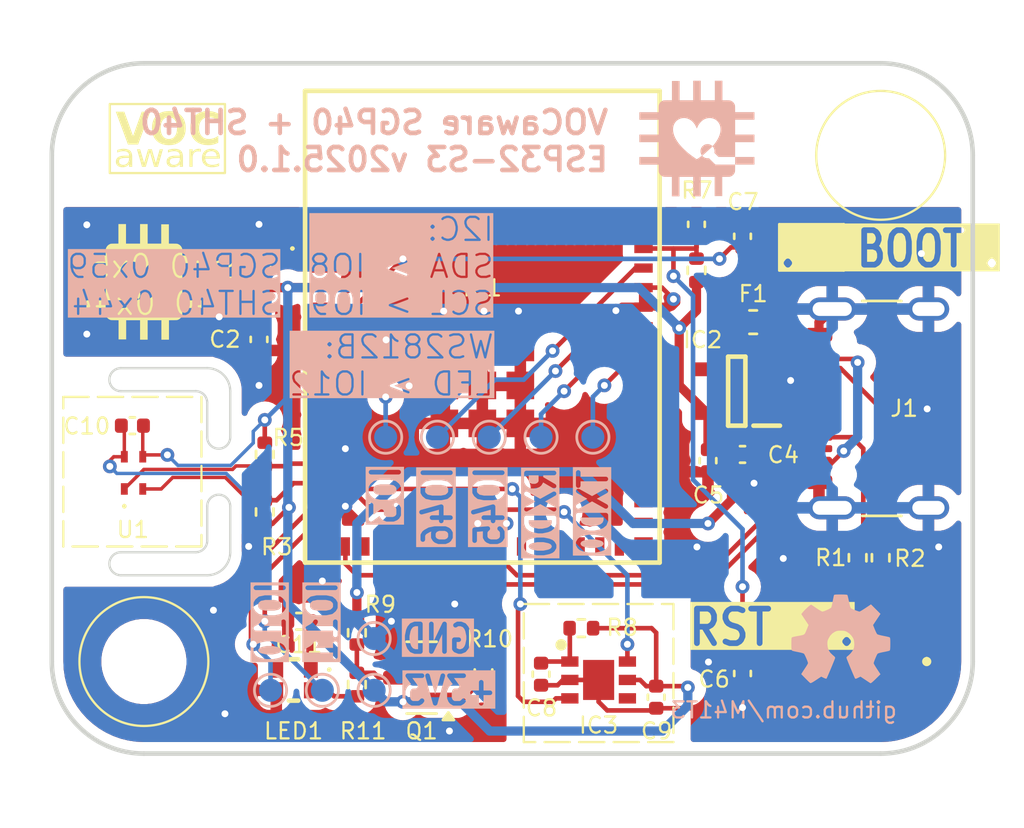
<source format=kicad_pcb>
(kicad_pcb (version 20240108) (generator "pcbnew") (generator_version "8.0")
  (title_block (title "VOCaware") (date "2025-10-25") (rev "v1.0") (company "M41T3"))
  (layers (0 "F.Cu" signal) (31 "B.Cu" signal) (34 "B.Paste" user) (35 "F.Paste" user) (36 "B.SilkS" user "B.Silkscreen") (37 "F.SilkS" user "F.Silkscreen") (38 "B.Mask" user) (39 "F.Mask" user) (44 "Edge.Cuts" user))
  (net 0 "")
  (net 1 "GND")
  (net 2 "+3V3")
  (net 3 "EN")
  (net 4 "IO0")
  (net 5 "Net-(IC3-VDD)")
  (net 6 "+5V")
  (net 8 "IO12")
  (net 9 "RXD0")
  (net 11 "USB_D-")
  (net 15 "IO9_SCL0")
  (net 18 "USB_D+")
  (net 25 "IO3_S")
  (net 27 "I046_S")
  (net 28 "IO11")
  (net 34 "IO10")
  (net 35 "I045_S")
  (net 38 "TXD0")
  (net 40 "IO8_SDA0")
  (net 45 "Net-(F1-Pad2)")
  (net 48 "Net-(J1-CC1)")
  (net 49 "Net-(J1-CC2)")
  (net 51 "Net-(LED1-DIN)")
  (net 52 "LED_SIG")
  (net 53 "IO1")
  (net 54 "IO2")
  (footprint "Capacitor_SMD:C_0402_1005Metric" (layer "F.Cu") (at 121.23 72.75 -90)
    (property "Reference" "C6")
    (property "Value" "0.1uF" (hide yes))
  )
  (footprint "Capacitor_SMD:C_0402_1005Metric" (layer "F.Cu") (at 94.73 61.98 180)
    (property "Reference" "C10")
    (property "Value" "0.1uF" (hide yes))
  )
  (footprint "Jumper:SolderJumper-2_P1.3mm_Open_Pad1.0x1.5mm" (layer "F.Cu") (at 124.23 54.23 180)
    (property "Reference" "SW1" (hide yes))
    (property "Value" "SW_Push" (hide yes))
  )
  (footprint "Resistor_SMD:R_0402_1005Metric" (layer "F.Cu") (at 126.23 67.72 90)
    (property "Reference" "R1")
    (property "Value" "5.1k 1%" (hide yes))
  )
  (footprint "Resistor_SMD:R_0402_1005Metric" (layer "F.Cu") (at 119.23 55.23 90)
    (property "Reference" "R7")
    (property "Value" "10k" (hide yes))
  )
  (footprint "Capacitor_SMD:C_0402_1005Metric" (layer "F.Cu") (at 121.23 63.23)
    (property "Reference" "C4")
    (property "Value" "10uF")
  )
  (footprint "Resistor_SMD:R_0402_1005Metric" (layer "F.Cu") (at 100.48 65.73 90)
    (property "Reference" "R3")
    (property "Value" "4.7k" (hide yes))
  )
  (footprint "Resistor_SMD:R_0402_1005Metric" (layer "F.Cu") (at 114.23 70.78 180)
    (property "Reference" "R8")
    (property "Value" "4.7" (hide yes))
  )
  (footprint "Capacitor_SMD:C_0402_1005Metric" (layer "F.Cu") (at 117.48 73.78 -90)
    (property "Reference" "C9")
    (property "Value" "1uF" (hide yes))
  )
  (footprint "Resistor_SMD:R_0402_1005Metric" (layer "F.Cu") (at 104.48 70.98 90)
    (property "Reference" "R9")
    (property "Value" "10k" (hide yes))
  )
  (footprint "Package_TO_SOT_SMD:SOT-23" (layer "F.Cu") (at 107.2925 72.93 180)
    (property "Reference" "Q1")
    (property "Value" "BSS138BK" (hide yes))
  )
  (footprint "VOCaware_foots_lib:SON80P244X244X95-7N" (layer "F.Cu") (at 114.98 73.03)
    (property "Reference" "IC3")
    (property "Value" "SGP40-D-R4" (hide yes))
  )
  (footprint "stackflex_foots_lib:staclflex_logo_front_5mm" (layer "F.Cu") (at 95.23 55.73)
    (property "Reference" "G***" (hide yes))
    (property "Value" "LOGO" (hide yes))
  )
  (footprint "Resistor_SMD:R_0402_1005Metric" (layer "F.Cu") (at 127.23 67.72 90)
    (property "Reference" "R2")
    (property "Value" "5.1k 1%" (hide yes))
  )
  (footprint "Capacitor_SMD:C_0402_1005Metric" (layer "F.Cu") (at 119.73 63.5 -90)
    (property "Reference" "C5")
    (property "Value" "1uF" (hide yes))
  )
  (footprint "Capacitor_SMD:C_0603_1608Metric" (layer "F.Cu") (at 100.23 55.23 90)
    (property "Reference" "C1")
    (property "Value" "22uF" (hide yes))
  )
  (footprint "Resistor_SMD:R_0402_1005Metric" (layer "F.Cu") (at 100.48 63.23 -90)
    (property "Reference" "R5")
    (property "Value" "4.7k" (hide yes))
  )
  (footprint "MountingHole:MountingHole_3.2mm_M3_DIN965" (layer "F.Cu") (at 127.23 50.23 90)
    (property "Reference" "H2")
    (property "Value" "MountingHole" (hide yes))
  )
  (footprint "Resistor_SMD:R_0402_1005Metric" (layer "F.Cu") (at 104.48 73.23 -90)
    (property "Reference" "R11")
    (property "Value" "470" (hide yes))
  )
  (footprint "Capacitor_SMD:C_0402_1005Metric" (layer "F.Cu") (at 112.48 72.78 -90)
    (property "Reference" "C8")
    (property "Value" "1uF" (hide yes))
  )
  (footprint "Connector_USB:USB_C_Receptacle_GCT_USB4105-xx-A_16P_TopMnt_Horizontal" (layer "F.Cu") (at 128.23 61.23 90)
    (property "Reference" "J1")
    (property "Value" "USB_C_Receptacle_USB2.0_16P" (hide yes))
  )
  (footprint "stackflex_foots_lib:SOT95P285X140-5N" (layer "F.Cu") (at 120.98 60.48 180)
    (property "Reference" "IC2")
    (property "Value" "AP2112K-3.3TRG1" (hide yes))
  )
  (footprint "stackflex_foots_lib:PTS820J25MSMTRLFS" (layer "F.Cu") (at 126.23 72.23 180)
    (property "Reference" "RST   .")
    (property "Value" "PTS820J25MSMTRLFS" (hide yes))
  )
  (footprint "Capacitor_SMD:C_0402_1005Metric" (layer "F.Cu") (at 100.23 58.23 -90)
    (property "Reference" "C2")
    (property "Value" "0.1uF" (hide yes))
  )
  (footprint "Resistor_SMD:R_0402_1005Metric" (layer "F.Cu") (at 109.98 72.73 90)
    (property "Reference" "R10")
    (property "Value" "10k" (hide yes))
  )
  (footprint "Capacitor_SMD:C_0402_1005Metric" (layer "F.Cu") (at 119.23 53.23 90)
    (property "Reference" "C3" (hide yes))
    (property "Value" "0.1uF" (hide yes))
  )
  (footprint "Capacitor_SMD:C_0402_1005Metric" (layer "F.Cu") (at 121.23 53.75 90)
    (property "Reference" "C7")
    (property "Value" "0.1uF" (hide yes))
  )
  (footprint "VOCaware_foots_lib:ESP32S3MINI1N8" (layer "F.Cu") (at 109.93 60.23)
    (property "Reference" "IC1")
    (property "Value" "ESP32-S3-MINI-1-N8" (hide yes))
  )
  (footprint "stackflex_foots_lib:XL0807RGBCWS2812B" (layer "F.Cu") (at 101.73 73.03)
    (property "Reference" "LED1")
    (property "Value" "XL-0807RGBC-WS2812B" (hide yes))
  )
  (footprint "Capacitor_SMD:C_0402_1005Metric" (layer "F.Cu") (at 101.96 70.48 180)
    (property "Reference" "C11")
    (property "Value" "0.1uF" (hide yes))
  )
  (footprint "MountingHole:MountingHole_3.2mm_M3_DIN965" (layer "F.Cu") (at 95.23 72.23 90)
    (property "Reference" "H1")
    (property "Value" "MountingHole" (hide yes))
  )
  (footprint "Fuse:Fuse_0603_1608Metric" (layer "F.Cu") (at 121.6925 57.48)
    (property "Reference" "F1")
    (property "Value" "SMD0603-050" (hide yes))
  )
  (footprint "VOCaware_foots_lib:SHT40AD1FR2" (layer "F.Cu") (at 94.78 64.03 90)
    (property "Reference" "U1")
    (property "Value" "SHT40-AD1F-R2" (hide yes))
  )
  (footprint "TestPoint:TestPoint_Pad_D1.0mm" (layer "B.Cu") (at 100.73 73.48 -90)
    (property "Reference" "IO10")
    (property "Value" "Conn_01x01_Socket" (hide yes))
  )
  (footprint "TestPoint:TestPoint_Pad_D1.0mm" (layer "B.Cu") (at 112.48 62.48 -90)
    (property "Reference" "RXD0")
    (property "Value" "Conn_01x01_Socket" (hide yes))
  )
  (footprint "TestPoint:TestPoint_Pad_D1.0mm" (layer "B.Cu") (at 110.23 62.48 -90)
    (property "Reference" "IO45")
    (property "Value" "Conn_01x01_Socket" (hide yes))
  )
  (footprint "stackflex_foots_lib:staclflex_logo_front_5mm" (layer "B.Cu") (at 119.25 49.5 180)
    (property "Reference" "G***" (hide yes))
    (property "Value" "LOGO" (hide yes))
  )
  (footprint "TestPoint:TestPoint_Pad_D1.0mm" (layer "B.Cu") (at 114.73 62.48 -90)
    (property "Reference" "TXD0")
    (property "Value" "Conn_01x01_Socket" (hide yes))
  )
  (footprint "TestPoint:TestPoint_Pad_D1.0mm" (layer "B.Cu") (at 105.23 71.23 -90)
    (property "Reference" "GND")
    (property "Value" "Conn_01x01_Socket" (hide yes))
  )
  (footprint "TestPoint:TestPoint_Pad_D1.0mm" (layer "B.Cu") (at 105.73 62.48 -90)
    (property "Reference" "IO3")
    (property "Value" "Conn_01x01_Socket" (hide yes))
  )
  (footprint "TestPoint:TestPoint_Pad_D1.0mm" (layer "B.Cu") (at 107.98 62.48 -90)
    (property "Reference" "IO46")
    (property "Value" "Conn_01x01_Socket" (hide yes))
  )
  (footprint "TestPoint:TestPoint_Pad_D1.0mm" (layer "B.Cu") (at 102.98 73.48 -90)
    (property "Reference" "IO11")
    (property "Value" "Conn_01x01_Socket" (hide yes))
  )
  (footprint "TestPoint:TestPoint_Pad_D1.0mm" (layer "B.Cu") (at 105.23 73.48 -90)
    (property "Reference" "+3V3")
    (property "Value" "Conn_01x01_Socket" (hide yes))
  )
  (footprint "stackflex_foots_lib:open_hw_logo_5mm_silk" (layer "B.Cu") (at 125.5 71.25 180)
    (property "Reference" "G***" (hide yes))
    (property "Value" "LOGO" (hide yes))
  )
  (gr_circle (center 95.23 72.23) (end 98.03 72.23) (stroke (width 0.1)) (fill none) (layer "F.SilkS"))
  (gr_rect (start 93.75 48) (end 98.75 51) (stroke (width 0.1)) (fill none) (layer "F.SilkS"))
  (gr_rect (start 111.73 69.73) (end 118.23 75.73) (stroke (width 0.1) (type dash)) (fill none) (layer "F.SilkS"))
  (gr_circle (center 127.23 50.23) (end 130.03 50.23) (stroke (width 0.1)) (fill none) (layer "F.SilkS"))
  (gr_rect (start 91.73 60.73) (end 97.73 67.23) (stroke (width 0.1) (type dash)) (fill none) (layer "F.SilkS"))
  (gr_line (start 94.23 67.48) (end 97.48 67.48) (stroke (width 0.1)) (layer "Edge.Cuts"))
  (gr_arc (start 97.98 65.48) (mid 98.48 64.98) (end 98.98 65.48) (stroke (width 0.1)) (layer "Edge.Cuts"))
  (gr_arc (start 95.23 76.23) (mid 92.401573 75.058427) (end 91.23 72.23) (stroke (width 0.2)) (layer "Edge.Cuts"))
  (gr_line (start 91.23 50.23) (end 91.23 72.23) (stroke (width 0.2)) (layer "Edge.Cuts"))
  (gr_line (start 127.23 76.23) (end 95.23 76.23) (stroke (width 0.2)) (layer "Edge.Cuts"))
  (gr_line (start 97.98 60.98) (end 97.98 62.48) (stroke (width 0.1)) (layer "Edge.Cuts"))
  (gr_line (start 94.23 59.48) (end 97.98 59.48) (stroke (width 0.1)) (layer "Edge.Cuts"))
  (gr_line (start 127.23 46.23) (end 95.23 46.23) (stroke (width 0.2)) (layer "Edge.Cuts"))
  (gr_arc (start 131.23 72.23) (mid 130.058427 75.058427) (end 127.23 76.23) (stroke (width 0.2)) (layer "Edge.Cuts"))
  (gr_arc (start 97.98 66.98) (mid 97.833553 67.333553) (end 97.48 67.48) (stroke (width 0.1)) (layer "Edge.Cuts"))
  (gr_arc (start 97.98 59.48) (mid 98.687107 59.772893) (end 98.98 60.48) (stroke (width 0.1)) (layer "Edge.Cuts"))
  (gr_arc (start 98.98 62.48) (mid 98.48 62.98) (end 97.98 62.48) (stroke (width 0.1)) (layer "Edge.Cuts"))
  (gr_line (start 98.98 65.48) (end 98.98 67.48) (stroke (width 0.1)) (layer "Edge.Cuts"))
  (gr_arc (start 127.23 46.23) (mid 130.058427 47.401573) (end 131.23 50.23) (stroke (width 0.2)) (layer "Edge.Cuts"))
  (gr_arc (start 91.23 50.23) (mid 92.401573 47.401573) (end 95.23 46.23) (stroke (width 0.2)) (layer "Edge.Cuts"))
  (gr_line (start 98.98 62.48) (end 98.98 60.48) (stroke (width 0.1)) (layer "Edge.Cuts"))
  (gr_arc (start 98.98 67.48) (mid 98.687107 68.187107) (end 97.98 68.48) (stroke (width 0.1)) (layer "Edge.Cuts"))
  (gr_arc (start 97.48 60.48) (mid 97.833553 60.626447) (end 97.98 60.98) (stroke (width 0.1)) (layer "Edge.Cuts"))
  (gr_line (start 131.23 50.23) (end 131.23 72.23) (stroke (width 0.2)) (layer "Edge.Cuts"))
  (gr_line (start 97.98 68.48) (end 94.23 68.48) (stroke (width 0.1)) (layer "Edge.Cuts"))
  (gr_arc (start 94.23 60.48) (mid 93.73 59.98) (end 94.23 59.48) (stroke (width 0.1)) (layer "Edge.Cuts"))
  (gr_line (start 97.48 60.48) (end 94.23 60.48) (stroke (width 0.1)) (layer "Edge.Cuts"))
  (gr_arc (start 94.23 68.48) (mid 93.73 67.98) (end 94.23 67.48) (stroke (width 0.1)) (layer "Edge.Cuts"))
  (gr_line (start 97.98 66.98) (end 97.98 65.48) (stroke (width 0.1)) (layer "Edge.Cuts"))
  (gr_text "SGP40 0x59\nSHT40 0x44" (at 101.25 57.25 0) (layer "B.SilkS" knockout) (effects (font (size 1 1) (thickness 0.1)) (justify left bottom mirror)))
  (gr_text "github.com/M41T3" (at 128 74.75 0) (layer "B.SilkS") (effects (font (size 0.7 0.7) (thickness 0.1)) (justify left bottom mirror)))
  (gr_text "VOCaware SGP40 + SHT40\nESP32-S3 v2025.1.0" (at 115.5 51 0) (layer "B.SilkS") (effects (font (size 1 1) (thickness 0.2) (bold yes)) (justify left bottom mirror)))
  (gr_text "I2C: \nSDA > IO8\nSCL > IO9\n" (at 110.5 57.25 0) (layer "B.SilkS" knockout) (effects (font (size 1 1) (thickness 0.1)) (justify left bottom mirror)))
  (gr_text "WS2812B:\nLED > IO12\n" (at 110.5 60.75 0) (layer "B.SilkS" knockout) (effects (font (size 1 1) (thickness 0.1)) (justify left bottom mirror)))
  (gr_text "aware" (at 93.92 50.9 0) (layer "F.SilkS") (effects (font (size 1 1.1) (thickness 0.1)) (justify left bottom)))
  (gr_text ".   BOOT ." (at 122.75 55.18 0) (layer "F.SilkS" knockout) (effects (font (size 1.5 1.2) (thickness 0.25) (bold yes)) (justify left bottom)))
  (gr_text "VOC" (at 94 50 0) (layer "F.SilkS") (effects (font (size 1.4 1.4) (thickness 0.28) (bold yes)) (justify left bottom)))
  (segment (start 124.55 57.485) (end 125.125 56.91) (width 0.4) (layer "F.Cu") (net 1))
  (segment (start 113.2 73.26) (end 112.48 73.26) (width 0.2) (layer "F.Cu") (net 1))
  (segment (start 117.73 55.98) (end 116.93 55.98) (width 0.2) (layer "F.Cu") (net 1))
  (segment (start 121.2 74.26) (end 121.23 74.23) (width 0.2) (layer "F.Cu") (net 1))
  (segment (start 113.73 73.03) (end 114.98 73.03) (width 0.2) (layer "F.Cu") (net 1))
  (segment (start 122.28 60.48) (end 122.854936 60.48) (width 0.4) (layer "F.Cu") (net 1))
  (segment (start 113.43 73.03) (end 113.2 73.26) (width 0.2) (layer "F.Cu") (net 1))
  (segment (start 117.48 74.26) (end 121.2 74.26) (width 0.2) (layer "F.Cu") (net 1))
  (segment (start 93.92 63.33) (end 94.38 63.33) (width 0.15) (layer "F.Cu") (net 1))
  (segment (start 113.73 73.03) (end 113.43 73.03) (width 0.2) (layer "F.Cu") (net 1))
  (segment (start 124.55 58.03) (end 124.55 57.485) (width 0.4) (layer "F.Cu") (net 1))
  (segment (start 93.75 63.75) (end 93.75 63.5) (width 0.15) (layer "F.Cu") (net 1))
  (segment (start 122.854936 60.48) (end 123.31924 60.015696) (width 0.4) (layer "F.Cu") (net 1))
  (segment (start 118.23 56.48) (end 117.73 55.98) (width 0.2) (layer "F.Cu") (net 1))
  (segment (start 115.355 74.355) (end 114.98 73.98) (width 0.2) (layer "F.Cu") (net 1))
  (segment (start 102.93 68.68) (end 102.98 68.73) (width 0.2) (layer "F.Cu") (net 1))
  (segment (start 100.23 60.23) (end 100.23 58.71) (width 0.4) (layer "F.Cu") (net 1))
  (segment (start 94.38 63.33) (end 94.38 62.11) (width 0.15) (layer "F.Cu") (net 1))
  (segment (start 117.48 74.26) (end 117.385 74.355) (width 0.2) (layer "F.Cu") (net 1))
  (segment (start 117.385 74.355) (end 115.355 74.355) (width 0.2) (layer "F.Cu") (net 1))
  (segment (start 102.93 67.23) (end 102.93 68.68) (width 0.2) (layer "F.Cu") (net 1))
  (segment (start 121.23 73.23) (end 121.23 74.23) (width 0.2) (layer "F.Cu") (net 1))
  (segment (start 93.75 63.5) (end 93.92 63.33) (width 0.15) (layer "F.Cu") (net 1))
  (segment (start 114.98 73.98) (end 114.98 73.03) (width 0.2) (layer "F.Cu") (net 1))
  (segment (start 94.38 62.11) (end 94.25 61.98) (width 0.15) (layer "F.Cu") (net 1))
  (via (at 111.5 57) (size 0.6) (drill 0.3) (layers "F.Cu" "B.Cu") (net 1))
  (via (at 105.75 58.25) (size 0.6) (drill 0.3) (layers "F.Cu" "B.Cu") (net 1))
  (via (at 98.5 57.25) (size 0.6) (drill 0.3) (layers "F.Cu" "B.Cu") (net 1))
  (via (at 108.25 57) (size 0.6) (drill 0.3) (layers "F.Cu" "B.Cu") (net 1))
  (via (at 129.75 67.25) (size 0.6) (drill 0.3) (layers "F.Cu" "B.Cu") (net 1))
  (via (at 99.78 67.227018) (size 0.6) (drill 0.3) (layers "F.Cu" "B.Cu") (net 1))
  (via (at 109.73 66.23) (size 0.6) (drill 0.3) (layers "F.Cu" "B.Cu") (net 1))
  (via (at 98.75 74.5) (size 0.6) (drill 0.3) (layers "F.Cu" "B.Cu") (net 1))
  (via (at 110.98 66.23) (size 0.6) (drill 0.3) (layers "F.Cu" "B.Cu") (net 1))
  (via (at 105.98 70.48) (size 0.6) (drill 0.3) (layers "F.Cu" "B.Cu") (net 1))
  (via (at 121.73 64.48) (size 0.6) (drill 0.3) (layers "F.Cu" "B.Cu") (net 1))
  (via (at 103.98 62.98) (size 0.6) (drill 0.3) (layers "F.Cu" "B.Cu") (net 1))
  (via (at 123.31924 60.015696) (size 0.6) (drill 0.3) (layers "F.Cu" "B.Cu") (net 1))
  (via (at 103.98 65.48) (size 0.6) (drill 0.3) (layers "F.Cu" "B.Cu") (net 1))
  (via (at 119.75 72.25) (size 0.6) (drill 0.3) (layers "F.Cu" "B.Cu") (net 1))
  (via (at 108.5 75.25) (size 0.6) (drill 0.3) (layers "F.Cu" "B.Cu") (net 1))
  (via (at 92.75 58) (size 0.6) (drill 0.3) (layers "F.Cu" "B.Cu") (net 1))
  (via (at 129.25 61.25) (size 0.6) (drill 0.3) (layers "F.Cu" "B.Cu") (net 1))
  (via (at 110 57) (size 0.6) (drill 0.3) (layers "F.Cu" "B.Cu") (net 1))
  (via (at 108.73 69.73) (size 0.6) (drill 0.3) (layers "F.Cu" "B.Cu") (net 1))
  (via (at 93.75 63.75) (size 0.6) (drill 0.3) (layers "F.Cu" "B.Cu") (net 1))
  (via (at 129 54.5) (size 0.6) (drill 0.3) (layers "F.Cu" "B.Cu") (net 1))
  (via (at 118.23 56.48) (size 0.6) (drill 0.3) (layers "F.Cu" "B.Cu") (net 1))
  (via (at 92.75 53.25) (size 0.6) (drill 0.3) (layers "F.Cu" "B.Cu") (net 1))
  (via (at 100.23 53.23) (size 0.6) (drill 0.3) (layers "F.Cu" "B.Cu") (net 1))
  (via (at 106.75 60.25) (size 0.6) (drill 0.3) (layers "F.Cu" "B.Cu") (net 1))
  (via (at 98.25 70) (size 0.6) (drill 0.3) (layers "F.Cu" "B.Cu") (net 1))
  (via (at 121.23 74.23) (size 0.6) (drill 0.3) (layers "F.Cu" "B.Cu") (net 1))
  (via (at 102.98 68.73) (size 0.6) (drill 0.3) (layers "F.Cu" "B.Cu") (net 1))
  (via (at 115.73 56.98) (size 0.6) (drill 0.3) (layers "F.Cu" "B.Cu") (net 1))
  (via (at 123 67.75) (size 0.6) (drill 0.3) (layers "F.Cu" "B.Cu") (net 1))
  (via (at 119.25 67.25) (size 0.6) (drill 0.3) (layers "F.Cu" "B.Cu") (net 1))
  (via (at 100.23 60.23) (size 0.6) (drill 0.3) (layers "F.Cu" "B.Cu") (net 1))
  (segment (start 99.555 67.002018) (end 99.78 67.227018) (width 0.15) (layer "B.Cu") (net 1))
  (segment (start 98.805 64.055) (end 99.555 64.805) (width 0.15) (layer "B.Cu") (net 1))
  (segment (start 93.75 63.75) (end 94.055 64.055) (width 0.15) (layer "B.Cu") (net 1))
  (segment (start 99.555 64.805) (end 99.555 67.002018) (width 0.15) (layer "B.Cu") (net 1))
  (segment (start 94.055 64.055) (end 98.805 64.055) (width 0.15) (layer "B.Cu") (net 1))
  (segment (start 118.48 60.23) (end 119.68 61.43) (width 0.4) (layer "F.Cu") (net 2))
  (segment (start 117.48 73.3) (end 117.05 73.3) (width 0.2) (layer "F.Cu") (net 2))
  (segment (start 101.48 55.98) (end 100.255 55.98) (width 0.4) (layer "F.Cu") (net 2))
  (segment (start 118.855 73.355) (end 118.8 73.3) (width 0.2) (layer "F.Cu") (net 2))
  (segment (start 101.529265 65.529265) (end 100.81853 66.24) (width 0.2) (layer "F.Cu") (net 2))
  (segment (start 109.98 73.24) (end 109.72 73.24) (width 0.2) (layer "F.Cu") (net 2))
  (segment (start 108.23 73.88) (end 106.58 73.88) (width 0.2) (layer "F.Cu") (net 2))
  (segment (start 118.8 73.3) (end 117.48 73.3) (width 0.2) (layer "F.Cu") (net 2))
  (segment (start 100.81853 66.24) (end 100.48 66.24) (width 0.2) (layer "F.Cu") (net 2))
  (segment (start 118.48 57.73) (end 118.48 60.23) (width 0.4) (layer "F.Cu") (net 2))
  (segment (start 95.18 62.16) (end 95.21 62.13) (width 0.15) (layer "F.Cu") (net 2))
  (segment (start 100.255 55.98) (end 100.23 56.005) (width 0.4) (layer "F.Cu") (net 2))
  (segment (start 116.78 73.03) (end 116.23 73.03) (width 0.2) (layer "F.Cu") (net 2))
  (segment (start 109.72 73.24) (end 109.08 73.88) (width 0.2) (layer "F.Cu") (net 2))
  (segment (start 119.23 55.74) (end 119.23 56.98) (width 0.4) (layer "F.Cu") (net 2))
  (segment (start 100.48 61.73) (end 100.48 62.72) (width 0.2) (layer "F.Cu") (net 2))
  (segment (start 117.05 73.3) (end 116.78 73.03) (width 0.2) (layer "F.Cu") (net 2))
  (segment (start 106.58 73.88) (end 106.48 73.98) (width 0.2) (layer "F.Cu") (net 2))
  (segment (start 119.73 63.02) (end 119.73 61.48) (width 0.4) (layer "F.Cu") (net 2))
  (segment (start 95.18 63.33) (end 95.18 62.01) (width 0.15) (layer "F.Cu") (net 2))
  (segment (start 102.93 55.98) (end 101.48 55.98) (width 0.4) (layer "F.Cu") (net 2))
  (segment (start 109.08 73.88) (end 108.23 73.88) (width 0.2) (layer "F.Cu") (net 2))
  (segment (start 119.73 61.48) (end 119.68 61.43) (width 0.4) (layer "F.Cu") (net 2))
  (segment (start 119.23 56.98) (end 118.48 57.73) (width 0.4) (layer "F.Cu") (net 2))
  (segment (start 95.18 62.01) (end 95.21 61.98) (width 0.15) (layer "F.Cu") (net 2))
  (segment (start 114.74 70.78) (end 117.28 70.78) (width 0.2) (layer "F.Cu") (net 2))
  (segment (start 100.23 56.005) (end 100.23 57.75) (width 0.4) (layer "F.Cu") (net 2))
  (segment (start 95.26 63.25) (end 95.18 63.33) (width 0.15) (layer "F.Cu") (net 2))
  (segment (start 96.25 63.25) (end 95.26 63.25) (width 0.15) (layer "F.Cu") (net 2))
  (segment (start 117.28 70.78) (end 117.48 70.98) (width 0.2) (layer "F.Cu") (net 2))
  (segment (start 117.48 70.98) (end 117.48 73.3) (width 0.2) (layer "F.Cu") (net 2))
  (via (at 101.48 55.98) (size 0.6) (drill 0.3) (layers "F.Cu" "B.Cu") (net 2))
  (via (at 96.25 63.25) (size 0.6) (drill 0.3) (layers "F.Cu" "B.Cu") (net 2))
  (via (at 118.855 73.355) (size 0.6) (drill 0.3) (layers "F.Cu" "B.Cu") (net 2))
  (via (at 106.48 73.98) (size 0.6) (drill 0.3) (layers "F.Cu" "B.Cu") (net 2))
  (via (at 118.48 57.73) (size 0.6) (drill 0.3) (layers "F.Cu" "B.Cu") (net 2))
  (via (at 100.48 61.73) (size 0.6) (drill 0.3) (layers "F.Cu" "B.Cu") (net 2))
  (via (at 101.529265 65.529265) (size 0.6) (drill 0.3) (layers "F.Cu" "B.Cu") (net 2))
  (segment (start 101.48 60.73) (end 101.48 65.48) (width 0.4) (layer "B.Cu") (net 2))
  (segment (start 96.25 63.25) (end 96.705 63.705) (width 0.15) (layer "B.Cu") (net 2))
  (segment (start 118.855 74.145) (end 117.75 75.25) (width 0.4) (layer "B.Cu") (net 2))
  (segment (start 101.529265 65.529265) (end 101.48 65.57853) (width 0.4) (layer "B.Cu") (net 2))
  (segment (start 100.48 61.73) (end 101.48 60.73) (width 0.2) (layer "B.Cu") (net 2))
  (segment (start 96.705 63.705) (end 99.005 63.705) (width 0.15) (layer "B.Cu") (net 2))
  (segment (start 101.48 69.73) (end 105.73 73.98) (width 0.4) (layer "B.Cu") (net 2))
  (segment (start 101.48 60.73) (end 101.48 55.98) (width 0.4) (layer "B.Cu") (net 2))
  (segment (start 117.75 75.25) (end 110.25 75.25) (width 0.4) (layer "B.Cu") (net 2))
  (segment (start 118.48 57.73) (end 116.73 55.98) (width 0.4) (layer "B.Cu") (net 2))
  (segment (start 101.48 65.57853) (end 101.48 69.73) (width 0.4) (layer "B.Cu") (net 2))
  (segment (start 116.73 55.98) (end 101.48 55.98) (width 0.4) (layer "B.Cu") (net 2))
  (segment (start 118.855 73.355) (end 118.855 74.145) (width 0.4) (layer "B.Cu") (net 2))
  (segment (start 99.98 62.73) (end 99.98 62.23) (width 0.15) (layer "B.Cu") (net 2))
  (segment (start 99.005 63.705) (end 99.98 62.73) (width 0.15) (layer "B.Cu") (net 2))
  (segment (start 110.25 75.25) (end 108.98 73.98) (width 0.4) (layer "B.Cu") (net 2))
  (segment (start 105.73 73.98) (end 106.48 73.98) (width 0.4) (layer "B.Cu") (net 2))
  (segment (start 99.98 62.23) (end 100.48 61.73) (width 0.15) (layer "B.Cu") (net 2))
  (segment (start 108.98 73.98) (end 106.48 73.98) (width 0.4) (layer "B.Cu") (net 2))
  (segment (start 101.48 65.48) (end 101.529265 65.529265) (width 0.4) (layer "B.Cu") (net 2))
  (segment (start 119.18 54.28) (end 119.23 54.23) (width 0.2) (layer "F.Cu") (net 3))
  (segment (start 124.155 72.23) (end 121.27 72.23) (width 0.2) (layer "F.Cu") (net 3))
  (segment (start 117.8 54.28) (end 119.18 54.28) (width 0.2) (layer "F.Cu") (net 3))
  (segment (start 121.23 72.27) (end 121.23 68.98) (width 0.2) (layer "F.Cu") (net 3))
  (segment (start 116.93 54.28) (end 117.8 54.28) (width 0.2) (layer "F.Cu") (net 3))
  (segment (start 119.23 54.23) (end 119.23 53.71) (width 0.2) (layer "F.Cu") (net 3))
  (segment (start 121.27 72.23) (end 121.23 72.27) (width 0.2) (layer "F.Cu") (net 3))
  (segment (start 119.23 53.71) (end 119.23 54.72) (width 0.2) (layer "F.Cu") (net 3))
  (segment (start 118.23 54.28) (end 118.23 55.48) (width 0.2) (layer "F.Cu") (net 3))
  (via (at 118.23 55.48) (size 0.6) (drill 0.3) (layers "F.Cu" "B.Cu") (net 3))
  (via (at 121.23 68.98) (size 0.6) (drill 0.3) (layers "F.Cu" "B.Cu") (net 3))
  (segment (start 121.23 66.48) (end 119.08 64.33) (width 0.2) (layer "B.Cu") (net 3))
  (segment (start 121.23 68.98) (end 121.23 66.48) (width 0.2) (layer "B.Cu") (net 3))
  (segment (start 119.08 64.33) (end 119.08 56.33) (width 0.2) (layer "B.Cu") (net 3))
  (segment (start 119.08 56.33) (end 118.23 55.48) (width 0.2) (layer "B.Cu") (net 3))
  (segment (start 104.38 56.83) (end 102.93 56.83) (width 0.2) (layer "F.Cu") (net 4))
  (segment (start 106.48 54.73) (end 104.38 56.83) (width 0.2) (layer "F.Cu") (net 4))
  (segment (start 123.58 54.23) (end 121.23 54.23) (width 0.2) (layer "F.Cu") (net 4))
  (segment (start 120.73 54.23) (end 120.23 54.73) (width 0.2) (layer "F.Cu") (net 4))
  (segment (start 121.23 54.23) (end 120.73 54.23) (width 0.2) (layer "F.Cu") (net 4))
  (via (at 106.48 54.73) (size 0.6) (drill 0.3) (layers "F.Cu" "B.Cu") (net 4))
  (via (at 120.23 54.73) (size 0.6) (drill 0.3) (layers "F.Cu" "B.Cu") (net 4))
  (segment (start 106.48 54.73) (end 120.23 54.73) (width 0.2) (layer "B.Cu") (net 4))
  (segment (start 113.73 72.23) (end 112.55 72.23) (width 0.2) (layer "F.Cu") (net 5))
  (segment (start 113.73 70.79) (end 113.72 70.78) (width 0.2) (layer "F.Cu") (net 5))
  (segment (start 113.73 72.23) (end 113.73 70.79) (width 0.2) (layer "F.Cu") (net 5))
  (segment (start 112.55 72.23) (end 112.48 72.3) (width 0.2) (layer "F.Cu") (net 5))
  (segment (start 120.98 59.98) (end 120.98 62.48) (width 0.4) (layer "F.Cu") (net 6))
  (segment (start 120.75 62.71) (end 120.75 63.23) (width 0.4) (layer "F.Cu") (net 6))
  (segment (start 120.75 63.23) (end 120.75 65.21) (width 0.4) (layer "F.Cu") (net 6))
  (segment (start 102.48 70.52) (end 102.44 70.48) (width 0.2) (layer "F.Cu") (net 6))
  (segment (start 122.28 61.43) (end 121.03 61.43) (width 0.4) (layer "F.Cu") (net 6))
  (segment (start 104.48 69.23) (end 104.48 70.47) (width 0.4) (layer "F.Cu") (net 6))
  (segment (start 102.48 72.58) (end 102.48 70.52) (width 0.4) (layer "F.Cu") (net 6))
  (segment (start 104.47 70.48) (end 104.48 70.47) (width 0.2) (layer "F.Cu") (net 6))
  (segment (start 121.43 59.53) (end 120.98 59.98) (width 0.4) (layer "F.Cu") (net 6))
  (segment (start 120.75 65.21) (end 119.73 66.23) (width 0.4) (layer "F.Cu") (net 6))
  (segment (start 122.28 58.855) (end 120.905 57.48) (width 0.4) (layer "F.Cu") (net 6))
  (segment (start 122.28 59.53) (end 121.43 59.53) (width 0.4) (layer "F.Cu") (net 6))
  (segment (start 120.98 62.48) (end 120.75 62.71) (width 0.4) (layer "F.Cu") (net 6))
  (segment (start 102.44 70.48) (end 104.47 70.48) (width 0.4) (layer "F.Cu") (net 6))
  (segment (start 121.03 61.43) (end 120.98 61.48) (width 0.4) (layer "F.Cu") (net 6))
  (segment (start 122.28 59.53) (end 122.28 58.855) (width 0.4) (layer "F.Cu") (net 6))
  (via (at 119.73 66.23) (size 0.6) (drill 0.3) (layers "F.Cu" "B.Cu") (net 6))
  (via (at 104.48 69.23) (size 0.6) (drill 0.3) (layers "F.Cu" "B.Cu") (net 6))
  (segment (start 114.23 63.98) (end 106.73 63.98) (width 0.4) (layer "B.Cu") (net 6))
  (segment (start 116.48 66.23) (end 114.23 63.98) (width 0.4) (layer "B.Cu") (net 6))
  (segment (start 104.48 66.23) (end 104.48 69.23) (width 0.4) (layer "B.Cu") (net 6))
  (segment (start 106.73 63.98) (end 104.48 66.23) (width 0.4) (layer "B.Cu") (net 6))
  (segment (start 119.73 66.23) (end 116.48 66.23) (width 0.4) (layer "B.Cu") (net 6))
  (segment (start 103.98 67.98) (end 104.48 68.48) (width 0.2) (layer "F.Cu") (net 8))
  (segment (start 105.73 68.48) (end 108.23 70.98) (width 0.2) (layer "F.Cu") (net 8))
  (segment (start 104.48 68.48) (end 105.73 68.48) (width 0.2) (layer "F.Cu") (net 8))
  (segment (start 109.98 72.22) (end 109.47 72.22) (width 0.2) (layer "F.Cu") (net 8))
  (segment (start 109.23 71.98) (end 108.23 71.98) (width 0.2) (layer "F.Cu") (net 8))
  (segment (start 109.47 72.22) (end 109.23 71.98) (width 0.2) (layer "F.Cu") (net 8))
  (segment (start 108.23 70.98) (end 108.23 71.98) (width 0.2) (layer "F.Cu") (net 8))
  (segment (start 103.98 67.23) (end 103.98 67.98) (width 0.2) (layer "F.Cu") (net 8))
  (segment (start 115.43 58.53) (end 116.93 58.53) (width 0.2) (layer "F.Cu") (net 9))
  (segment (start 113.48 60.48) (end 115.43 58.53) (width 0.2) (layer "F.Cu") (net 9))
  (via (at 113.48 60.48) (size 0.6) (drill 0.3) (layers "F.Cu" "B.Cu") (net 9))
  (segment (start 112.48 61.48) (end 113.48 60.48) (width 0.2) (layer "B.Cu") (net 9))
  (segment (start 112.48 62.48) (end 112.48 61.48) (width 0.2) (layer "B.Cu") (net 9))
  (segment (start 109.93 67.93) (end 109.93 67.23) (width 0.2) (layer "F.Cu") (net 11))
  (segment (start 123.73 61.98) (end 123.63 62.08) (width 0.2) (layer "F.Cu") (net 11))
  (segment (start 123.63 62.395686) (end 122.88 63.145686) (width 0.2) (layer "F.Cu") (net 11))
  (segment (start 124.55 61.98) (end 123.73 61.98) (width 0.2) (layer "F.Cu") (net 11))
  (segment (start 122.88 63.145686) (end 122.88 65.827486) (width 0.2) (layer "F.Cu") (net 11))
  (segment (start 119.827486 68.88) (end 110.88 68.88) (width 0.2) (layer "F.Cu") (net 11))
  (segment (start 125.425 61.71241) (end 125.425 61.24759) (width 0.2) (layer "F.Cu") (net 11))
  (segment (start 122.88 65.827486) (end 119.827486 68.88) (width 0.2) (layer "F.Cu") (net 11))
  (segment (start 124.55 61.98) (end 125.15741 61.98) (width 0.2) (layer "F.Cu") (net 11))
  (segment (start 110.88 68.88) (end 109.93 67.93) (width 0.2) (layer "F.Cu") (net 11))
  (segment (start 125.15741 60.98) (end 124.55 60.98) (width 0.2) (layer "F.Cu") (net 11))
  (segment (start 125.15741 61.98) (end 125.425 61.71241) (width 0.2) (layer "F.Cu") (net 11))
  (segment (start 123.63 62.08) (end 123.63 62.395686) (width 0.2) (layer "F.Cu") (net 11))
  (segment (start 125.425 61.24759) (end 125.15741 60.98) (width 0.2) (layer "F.Cu") (net 11))
  (segment (start 102.93 64.48) (end 103.98 64.48) (width 0.2) (layer "F.Cu") (net 15))
  (segment (start 104.48 64.98) (end 105.13 65.63) (width 0.2) (layer "F.Cu") (net 15))
  (segment (start 96.48 64.23) (end 98.765499 64.23) (width 0.15) (layer "F.Cu") (net 15))
  (segment (start 101.73 64.48) (end 100.99 65.22) (width 0.2) (layer "F.Cu") (net 15))
  (segment (start 95.98 64.73) (end 96.48 64.23) (width 0.15) (layer "F.Cu") (net 15))
  (segment (start 103.98 64.48) (end 104.48 64.98) (width 0.2) (layer "F.Cu") (net 15))
  (segment (start 98.765499 64.23) (end 99.755499 65.22) (width 0.15) (layer "F.Cu") (net 15))
  (segment (start 102.93 64.48) (end 101.73 64.48) (width 0.2) (layer "F.Cu") (net 15))
  (segment (start 95.18 64.73) (end 95.98 64.73) (width 0.15) (layer "F.Cu") (net 15))
  (segment (start 100.99 65.22) (end 100.48 65.22) (width 0.2) (layer "F.Cu") (net 15))
  (segment (start 105.13 65.63) (end 113.38 65.63) (width 0.2) (layer "F.Cu") (net 15))
  (segment (start 99.755499 65.22) (end 100.48 65.22) (width 0.15) (layer "F.Cu") (net 15))
  (segment (start 113.38 65.63) (end 113.48 65.73) (width 0.2) (layer "F.Cu") (net 15))
  (segment (start 116.23 71.48) (end 116.23 72.23) (width 0.2) (layer "F.Cu") (net 15))
  (via (at 116.23 71.48) (size 0.6) (drill 0.3) (layers "F.Cu" "B.Cu") (net 15))
  (via (at 113.48 65.73) (size 0.6) (drill 0.3) (layers "F.Cu" "B.Cu") (net 15))
  (segment (start 116.23 68.48) (end 116.23 71.48) (width 0.2) (layer "B.Cu") (net 15))
  (segment (start 113.48 65.73) (end 116.23 68.48) (width 0.2) (layer "B.Cu") (net 15))
  (segment (start 124.55 60.48) (end 123.94259 60.48) (width 0.2) (layer "F.Cu") (net 18))
  (segment (start 122.48 65.6618) (end 119.6618 68.48) (width 0.2) (layer "F.Cu") (net 18))
  (segment (start 124.55 61.48) (end 123.73 61.48) (width 0.2) (layer "F.Cu") (net 18))
  (segment (start 123.94259 60.48) (end 123.675 60.74759) (width 0.2) (layer "F.Cu") (net 18))
  (segment (start 123.23 62.23) (end 122.48 62.98) (width 0.2) (layer "F.Cu") (net 18))
  (segment (start 123.23 61.914314) (end 123.23 62.23) (width 0.2) (layer "F.Cu") (net 18))
  (segment (start 119.6618 68.48) (end 111.429999 68.48) (width 0.2) (layer "F.Cu") (net 18))
  (segment (start 123.675 60.74759) (end 123.675 61.425) (width 0.2) (layer "F.Cu") (net 18))
  (segment (start 123.73 61.48) (end 123.664314 61.48) (width 0.2) (layer "F.Cu") (net 18))
  (segment (start 111.429999 68.48) (end 110.78 67.830001) (width 0.2) (layer "F.Cu") (net 18))
  (segment (start 110.78 67.830001) (end 110.78 67.23) (width 0.2) (layer "F.Cu") (net 18))
  (segment (start 122.48 62.98) (end 122.48 65.6618) (width 0.2) (layer "F.Cu") (net 18))
  (segment (start 123.664314 61.48) (end 123.23 61.914314) (width 0.2) (layer "F.Cu") (net 18))
  (segment (start 123.675 61.425) (end 123.73 61.48) (width 0.2) (layer "F.Cu") (net 18))
  (segment (start 104.38 59.38) (end 105.73 60.73) (width 0.2) (layer "F.Cu") (net 25))
  (segment (start 102.93 59.38) (end 104.38 59.38) (width 0.2) (layer "F.Cu") (net 25))
  (via (at 105.73 60.73) (size 0.6) (drill 0.3) (layers "F.Cu" "B.Cu") (net 25))
  (segment (start 105.73 60.73) (end 105.73 62.48) (width 0.2) (layer "B.Cu") (net 25))
  (segment (start 116.58 55.13) (end 116.93 55.13) (width 0.2) (layer "F.Cu") (net 27))
  (segment (start 112.98 58.73) (end 116.58 55.13) (width 0.2) (layer "F.Cu") (net 27))
  (via (at 112.98 58.73) (size 0.6) (drill 0.3) (layers "F.Cu" "B.Cu") (net 27))
  (segment (start 111.73 59.98) (end 110.48 59.98) (width 0.2) (layer "B.Cu") (net 27))
  (segment (start 112.98 58.73) (end 111.73 59.98) (width 0.2) (layer "B.Cu") (net 27))
  (segment (start 110.48 59.98) (end 107.98 62.48) (width 0.2) (layer "B.Cu") (net 27))
  (segment (start 100.48 68.43) (end 100.48 70.48) (width 0.2) (layer "F.Cu") (net 28))
  (segment (start 102.73 66.18) (end 100.48 68.43) (width 0.2) (layer "F.Cu") (net 28))
  (segment (start 102.93 66.18) (end 102.73 66.18) (width 0.2) (layer "F.Cu") (net 28))
  (via (at 100.48 70.48) (size 0.6) (drill 0.3) (layers "F.Cu" "B.Cu") (net 28))
  (segment (start 100.48 70.48) (end 100.48 70.98) (width 0.2) (layer "B.Cu") (net 28))
  (segment (start 100.48 70.98) (end 102.98 73.48) (width 0.2) (layer "B.Cu") (net 28))
  (segment (start 102.93 65.33) (end 102.73 65.33) (width 0.2) (layer "F.Cu") (net 34))
  (segment (start 99.88 71.38) (end 99.98 71.48) (width 0.2) (layer "F.Cu") (net 34))
  (segment (start 102.73 65.33) (end 99.88 68.18) (width 0.2) (layer "F.Cu") (net 34))
  (segment (start 99.88 68.18) (end 99.88 71.38) (width 0.2) (layer "F.Cu") (net 34))
  (via (at 99.98 71.48) (size 0.6) (drill 0.3) (layers "F.Cu" "B.Cu") (net 34))
  (segment (start 99.98 71.48) (end 100.73 72.23) (width 0.2) (layer "B.Cu") (net 34))
  (segment (start 100.73 72.23) (end 100.73 73.48) (width 0.2) (layer "B.Cu") (net 34))
  (segment (start 115.03 57.68) (end 116.93 57.68) (width 0.2) (layer "F.Cu") (net 35))
  (segment (start 113.105 59.605) (end 115.03 57.68) (width 0.2) (layer "F.Cu") (net 35))
  (via (at 113.105 59.605) (size 0.6) (drill 0.3) (layers "F.Cu" "B.Cu") (net 35))
  (segment (start 113.105 59.605) (end 110.23 62.48) (width 0.2) (layer "B.Cu") (net 35))
  (segment (start 116.08 59.38) (end 116.93 59.38) (width 0.2) (layer "F.Cu") (net 38))
  (segment (start 115.23 60.23) (end 116.08 59.38) (width 0.2) (layer "F.Cu") (net 38))
  (via (at 115.23 60.23) (size 0.6) (drill 0.3) (layers "F.Cu" "B.Cu") (net 38))
  (segment (start 114.73 60.73) (end 114.73 62.48) (width 0.2) (layer "B.Cu") (net 38))
  (segment (start 115.23 60.23) (end 114.73 60.73) (width 0.2) (layer "B.Cu") (net 38))
  (segment (start 99.08 63.88) (end 99.23 63.73) (width 0.15) (layer "F.Cu") (net 40))
  (segment (start 103.88 63.63) (end 102.93 63.63) (width 0.2) (layer "F.Cu") (net 40))
  (segment (start 111.73 73.98) (end 111.48 73.73) (width 0.2) (layer "F.Cu") (net 40))
  (segment (start 102.93 63.63) (end 101.5 63.63) (width 0.2) (layer "F.Cu") (net 40))
  (segment (start 104.98 64.73) (end 103.88 63.63) (width 0.2) (layer "F.Cu") (net 40))
  (segment (start 94.38 64.73) (end 95.23 63.88) (width 0.15) (layer "F.Cu") (net 40))
  (segment (start 111.48 69.83) (end 111.58 69.73) (width 0.2) (layer "F.Cu") (net 40))
  (segment (start 111.23 64.73) (end 104.98 64.73) (width 0.2) (layer "F.Cu") (net 40))
  (segment (start 99.23 63.73) (end 100.47 63.73) (width 0.15) (layer "F.Cu") (net 40))
  (segment (start 112.98 73.98) (end 111.73 73.98) (width 0.2) (layer "F.Cu") (net 40))
  (segment (start 95.23 63.88) (end 99.08 63.88) (width 0.15) (layer "F.Cu") (net 40))
  (segment (start 113.13 73.83) (end 112.98 73.98) (width 0.2) (layer "F.Cu") (net 40))
  (segment (start 100.47 63.73) (end 100.48 63.74) (width 0.15) (layer "F.Cu") (net 40))
  (segment (start 111.48 73.73) (end 111.48 69.83) (width 0.2) (layer "F.Cu") (net 40))
  (segment (start 113.73 73.83) (end 113.13 73.83) (width 0.2) (layer "F.Cu") (net 40))
  (segment (start 101.39 63.74) (end 100.48 63.74) (width 0.2) (layer "F.Cu") (net 40))
  (segment (start 101.5 63.63) (end 101.39 63.74) (width 0.2) (layer "F.Cu") (net 40))
  (via (at 111.23 64.73) (size 0.6) (drill 0.3) (layers "F.Cu" "B.Cu") (net 40))
  (via (at 111.58 69.73) (size 0.6) (drill 0.3) (layers "F.Cu" "B.Cu") (net 40))
  (segment (start 111.58 65.08) (end 111.23 64.73) (width 0.2) (layer "B.Cu") (net 40))
  (segment (start 111.58 69.73) (end 111.58 65.08) (width 0.2) (layer "B.Cu") (net 40))
  (segment (start 124.55 58.83) (end 123.83 58.83) (width 0.4) (layer "F.Cu") (net 45))
  (segment (start 126.08 59.08) (end 125.25741 59.08) (width 0.2) (layer "F.Cu") (net 45))
  (segment (start 123.83 58.83) (end 122.48 57.48) (width 0.4) (layer "F.Cu") (net 45))
  (segment (start 126.23 59.23) (end 126.08 59.08) (width 0.2) (layer "F.Cu") (net 45))
  (segment (start 124.55 63.63) (end 125.075 63.63) (width 0.2) (layer "F.Cu") (net 45))
  (segment (start 125.00741 58.83) (end 124.55 58.83) (width 0.2) (layer "F.Cu") (net 45))
  (segment (start 125.075 63.63) (end 125.625 63.08) (width 0.2) (layer "F.Cu") (net 45))
  (segment (start 125.25741 59.08) (end 125.00741 58.83) (width 0.2) (layer "F.Cu") (net 45))
  (via (at 125.625 63.08) (size 0.6) (drill 0.3) (layers "F.Cu" "B.Cu") (net 45))
  (via (at 126.23 59.23) (size 0.6) (drill 0.3) (layers "F.Cu" "B.Cu") (net 45))
  (segment (start 126.23 59.23) (end 126.23 62.475) (width 0.4) (layer "B.Cu") (net 45))
  (segment (start 126.23 62.475) (end 125.625 63.08) (width 0.4) (layer "B.Cu") (net 45))
  (segment (start 124.55 62.48) (end 125.98 62.48) (width 0.2) (layer "F.Cu") (net 48))
  (segment (start 125.98 62.48) (end 126.475 62.975) (width 0.2) (layer "F.Cu") (net 48))
  (segment (start 126.475 66.965) (end 126.23 67.21) (width 0.2) (layer "F.Cu") (net 48))
  (segment (start 126.475 62.975) (end 126.475 66.965) (width 0.2) (layer "F.Cu") (net 48))
  (segment (start 127.23 61.23) (end 127.23 67.21) (width 0.2) (layer "F.Cu") (net 49))
  (segment (start 124.55 59.48) (end 125.48 59.48) (width 0.2) (layer "F.Cu") (net 49))
  (segment (start 125.48 59.48) (end 127.23 61.23) (width 0.2) (layer "F.Cu") (net 49))
  (segment (start 104.48 73.74) (end 103.49 73.74) (width 0.2) (layer "F.Cu") (net 51))
  (segment (start 103.49 73.74) (end 103.23 73.48) (width 0.2) (layer "F.Cu") (net 51))
  (segment (start 103.23 73.48) (end 102.48 73.48) (width 0.2) (layer "F.Cu") (net 51))
  (segment (start 104.48 72.72) (end 104.48 71.49) (width 0.2) (layer "F.Cu") (net 52))
  (segment (start 106.355 72.93) (end 105.43 72.93) (width 0.2) (layer "F.Cu") (net 52))
  (segment (start 105.22 72.72) (end 104.48 72.72) (width 0.2) (layer "F.Cu") (net 52))
  (segment (start 105.43 72.93) (end 105.22 72.72) (width 0.2) (layer "F.Cu") (net 52))
  (zone (net 1) (net_name "GND") (layers "F&B.Cu") (connect_pads (clearance 0.5)) (min_thickness 0.25) (fill yes (thermal_gap 0.5) (thermal_bridge_width 0.5))
    (polygon (pts (xy 88.98 79.48) (xy 88.98 43.48) (xy 133.48 43.48) (xy 133.48 79.48)))
  )
  (zone (net 0) (net_name "") (layers "F&B.Cu") (name "antenna_keep_out") (connect_pads (clearance 0)) (min_thickness 0.25)
    (keepout (tracks not_allowed) (vias not_allowed) (pads not_allowed) (copperpour not_allowed) (footprints not_allowed))
    (fill (thermal_gap 0.5) (thermal_bridge_width 0.5))
    (polygon (pts (xy 131.98 44.73) (xy 90.23 44.73) (xy 90.23 52.48) (xy 131.98 52.48)))
  )
  (zone (net 0) (net_name "") (layers "F&B.Cu") (name "temp keep out") (connect_pads (clearance 0)) (min_thickness 0.25)
    (keepout (tracks allowed) (vias allowed) (pads allowed) (copperpour not_allowed) (footprints allowed))
    (fill (thermal_gap 0.5) (thermal_bridge_width 0.5))
    (polygon (pts (xy 98.23 65.48) (xy 99.48 65.48) (xy 99.48 62.48) (xy 98.23 62.48)))
  )
  (zone (net 0) (net_name "") (layers "F&B.Cu" "Edge.Cuts") (name "sgp keep out") (connect_pads (clearance 0)) (min_thickness 0.25)
    (keepout (tracks allowed) (vias allowed) (pads allowed) (copperpour not_allowed) (footprints allowed))
    (fill (thermal_gap 0.5) (thermal_bridge_width 0.5))
    (polygon (pts (xy 118.98 76.23) (xy 118.98 69.48) (xy 110.98 69.48) (xy 110.98 76.23)))
  )
  (zone (net 0) (net_name "") (layers "F&B.Cu" "Edge.Cuts") (name "SHT40 No Copper") (connect_pads (clearance 0)) (min_thickness 0.25)
    (keepout (tracks allowed) (vias allowed) (pads allowed) (copperpour not_allowed) (footprints allowed))
    (fill (thermal_gap 0.5) (thermal_bridge_width 0.5))
    (polygon (pts (xy 90.98 58.98) (xy 98.23 58.98) (xy 98.23 68.98) (xy 90.98 68.98)))
  )
)
</source>
